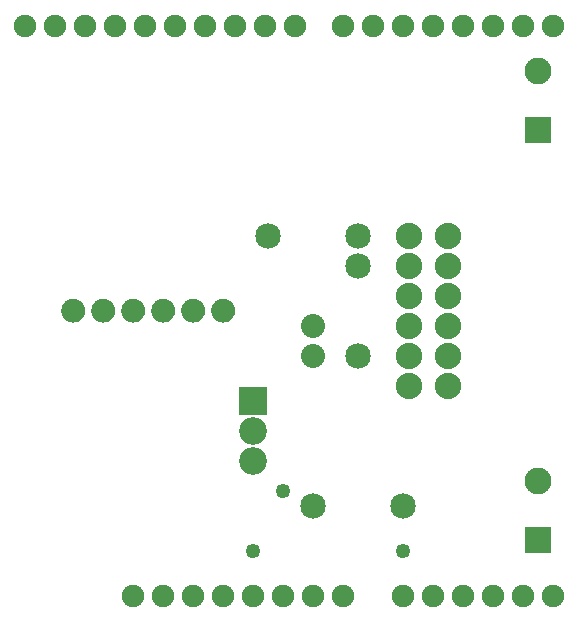
<source format=gbs>
G04 MADE WITH FRITZING*
G04 WWW.FRITZING.ORG*
G04 DOUBLE SIDED*
G04 HOLES PLATED*
G04 CONTOUR ON CENTER OF CONTOUR VECTOR*
%ASAXBY*%
%FSLAX23Y23*%
%MOIN*%
%OFA0B0*%
%SFA1.0B1.0*%
%ADD10C,0.088000*%
%ADD11C,0.049370*%
%ADD12C,0.089370*%
%ADD13C,0.075278*%
%ADD14C,0.092000*%
%ADD15C,0.085000*%
%ADD16C,0.080000*%
%ADD17R,0.089370X0.089370*%
%ADD18R,0.092000X0.092000*%
%ADD19R,0.001000X0.001000*%
%LNMASK0*%
G90*
G70*
G54D10*
X1419Y1302D03*
X1419Y1202D03*
X1419Y1102D03*
X1419Y1002D03*
X1419Y902D03*
X1419Y802D03*
X1549Y1302D03*
X1549Y1202D03*
X1549Y1102D03*
X1549Y1002D03*
X1549Y902D03*
X1549Y802D03*
G54D11*
X899Y252D03*
X1399Y252D03*
X1000Y453D03*
G54D12*
X1849Y287D03*
X1849Y484D03*
X1849Y1655D03*
X1849Y1852D03*
G54D13*
X1499Y102D03*
X1599Y102D03*
X1699Y102D03*
X1799Y102D03*
X1899Y102D03*
X1039Y2002D03*
X939Y2002D03*
X839Y2002D03*
X739Y2002D03*
X639Y2002D03*
X539Y2002D03*
X439Y2002D03*
X339Y2002D03*
X239Y2002D03*
X139Y2002D03*
X1899Y2002D03*
X1799Y2002D03*
X1699Y2002D03*
X1599Y2002D03*
X1499Y2002D03*
X1399Y2002D03*
X1299Y2002D03*
X1199Y2002D03*
X599Y102D03*
X499Y102D03*
X699Y102D03*
X799Y102D03*
X899Y102D03*
X999Y102D03*
X1099Y102D03*
X1199Y102D03*
X1399Y102D03*
G54D14*
X899Y752D03*
X899Y652D03*
X899Y552D03*
G54D15*
X1099Y402D03*
X1399Y402D03*
X1249Y902D03*
X1249Y1202D03*
X1249Y1302D03*
X949Y1302D03*
G54D16*
X1099Y1002D03*
X1099Y902D03*
G54D17*
X1849Y287D03*
X1849Y1655D03*
G54D18*
X899Y752D03*
G54D19*
X293Y1092D02*
X305Y1092D01*
X393Y1092D02*
X405Y1092D01*
X493Y1092D02*
X505Y1092D01*
X593Y1092D02*
X605Y1092D01*
X693Y1092D02*
X705Y1092D01*
X793Y1092D02*
X805Y1092D01*
X289Y1091D02*
X310Y1091D01*
X389Y1091D02*
X410Y1091D01*
X489Y1091D02*
X510Y1091D01*
X589Y1091D02*
X610Y1091D01*
X689Y1091D02*
X710Y1091D01*
X789Y1091D02*
X810Y1091D01*
X286Y1090D02*
X313Y1090D01*
X386Y1090D02*
X413Y1090D01*
X486Y1090D02*
X513Y1090D01*
X586Y1090D02*
X613Y1090D01*
X686Y1090D02*
X713Y1090D01*
X786Y1090D02*
X813Y1090D01*
X283Y1089D02*
X315Y1089D01*
X383Y1089D02*
X415Y1089D01*
X483Y1089D02*
X515Y1089D01*
X583Y1089D02*
X615Y1089D01*
X683Y1089D02*
X715Y1089D01*
X783Y1089D02*
X815Y1089D01*
X281Y1088D02*
X317Y1088D01*
X381Y1088D02*
X417Y1088D01*
X481Y1088D02*
X517Y1088D01*
X581Y1088D02*
X617Y1088D01*
X681Y1088D02*
X717Y1088D01*
X781Y1088D02*
X817Y1088D01*
X279Y1087D02*
X319Y1087D01*
X379Y1087D02*
X419Y1087D01*
X479Y1087D02*
X519Y1087D01*
X579Y1087D02*
X619Y1087D01*
X679Y1087D02*
X719Y1087D01*
X779Y1087D02*
X819Y1087D01*
X278Y1086D02*
X321Y1086D01*
X378Y1086D02*
X421Y1086D01*
X478Y1086D02*
X521Y1086D01*
X578Y1086D02*
X621Y1086D01*
X678Y1086D02*
X721Y1086D01*
X778Y1086D02*
X821Y1086D01*
X276Y1085D02*
X322Y1085D01*
X376Y1085D02*
X422Y1085D01*
X476Y1085D02*
X522Y1085D01*
X576Y1085D02*
X622Y1085D01*
X676Y1085D02*
X722Y1085D01*
X776Y1085D02*
X822Y1085D01*
X275Y1084D02*
X323Y1084D01*
X375Y1084D02*
X423Y1084D01*
X475Y1084D02*
X523Y1084D01*
X575Y1084D02*
X623Y1084D01*
X675Y1084D02*
X723Y1084D01*
X775Y1084D02*
X823Y1084D01*
X274Y1083D02*
X325Y1083D01*
X374Y1083D02*
X425Y1083D01*
X474Y1083D02*
X525Y1083D01*
X574Y1083D02*
X625Y1083D01*
X674Y1083D02*
X725Y1083D01*
X774Y1083D02*
X825Y1083D01*
X273Y1082D02*
X326Y1082D01*
X373Y1082D02*
X426Y1082D01*
X473Y1082D02*
X526Y1082D01*
X573Y1082D02*
X626Y1082D01*
X673Y1082D02*
X726Y1082D01*
X773Y1082D02*
X826Y1082D01*
X272Y1081D02*
X327Y1081D01*
X372Y1081D02*
X427Y1081D01*
X472Y1081D02*
X527Y1081D01*
X572Y1081D02*
X627Y1081D01*
X672Y1081D02*
X727Y1081D01*
X772Y1081D02*
X827Y1081D01*
X271Y1080D02*
X328Y1080D01*
X371Y1080D02*
X428Y1080D01*
X471Y1080D02*
X528Y1080D01*
X571Y1080D02*
X628Y1080D01*
X671Y1080D02*
X728Y1080D01*
X771Y1080D02*
X828Y1080D01*
X270Y1079D02*
X329Y1079D01*
X370Y1079D02*
X429Y1079D01*
X470Y1079D02*
X529Y1079D01*
X570Y1079D02*
X629Y1079D01*
X670Y1079D02*
X729Y1079D01*
X770Y1079D02*
X829Y1079D01*
X269Y1078D02*
X330Y1078D01*
X369Y1078D02*
X430Y1078D01*
X469Y1078D02*
X530Y1078D01*
X569Y1078D02*
X630Y1078D01*
X669Y1078D02*
X730Y1078D01*
X769Y1078D02*
X830Y1078D01*
X268Y1077D02*
X330Y1077D01*
X368Y1077D02*
X430Y1077D01*
X468Y1077D02*
X530Y1077D01*
X568Y1077D02*
X630Y1077D01*
X668Y1077D02*
X730Y1077D01*
X768Y1077D02*
X830Y1077D01*
X267Y1076D02*
X331Y1076D01*
X367Y1076D02*
X431Y1076D01*
X467Y1076D02*
X531Y1076D01*
X567Y1076D02*
X631Y1076D01*
X667Y1076D02*
X731Y1076D01*
X767Y1076D02*
X831Y1076D01*
X267Y1075D02*
X332Y1075D01*
X367Y1075D02*
X432Y1075D01*
X467Y1075D02*
X532Y1075D01*
X567Y1075D02*
X632Y1075D01*
X667Y1075D02*
X732Y1075D01*
X767Y1075D02*
X832Y1075D01*
X266Y1074D02*
X332Y1074D01*
X366Y1074D02*
X432Y1074D01*
X466Y1074D02*
X532Y1074D01*
X566Y1074D02*
X632Y1074D01*
X666Y1074D02*
X732Y1074D01*
X766Y1074D02*
X832Y1074D01*
X265Y1073D02*
X333Y1073D01*
X365Y1073D02*
X433Y1073D01*
X465Y1073D02*
X533Y1073D01*
X565Y1073D02*
X633Y1073D01*
X665Y1073D02*
X733Y1073D01*
X765Y1073D02*
X833Y1073D01*
X265Y1072D02*
X334Y1072D01*
X365Y1072D02*
X434Y1072D01*
X465Y1072D02*
X534Y1072D01*
X565Y1072D02*
X634Y1072D01*
X665Y1072D02*
X734Y1072D01*
X765Y1072D02*
X834Y1072D01*
X264Y1071D02*
X334Y1071D01*
X364Y1071D02*
X434Y1071D01*
X464Y1071D02*
X534Y1071D01*
X564Y1071D02*
X634Y1071D01*
X664Y1071D02*
X734Y1071D01*
X764Y1071D02*
X834Y1071D01*
X264Y1070D02*
X335Y1070D01*
X364Y1070D02*
X435Y1070D01*
X464Y1070D02*
X535Y1070D01*
X564Y1070D02*
X635Y1070D01*
X664Y1070D02*
X735Y1070D01*
X764Y1070D02*
X835Y1070D01*
X263Y1069D02*
X335Y1069D01*
X363Y1069D02*
X435Y1069D01*
X463Y1069D02*
X535Y1069D01*
X563Y1069D02*
X635Y1069D01*
X663Y1069D02*
X735Y1069D01*
X763Y1069D02*
X835Y1069D01*
X263Y1068D02*
X336Y1068D01*
X363Y1068D02*
X436Y1068D01*
X463Y1068D02*
X536Y1068D01*
X563Y1068D02*
X636Y1068D01*
X663Y1068D02*
X736Y1068D01*
X763Y1068D02*
X836Y1068D01*
X262Y1067D02*
X336Y1067D01*
X362Y1067D02*
X436Y1067D01*
X462Y1067D02*
X536Y1067D01*
X562Y1067D02*
X636Y1067D01*
X662Y1067D02*
X736Y1067D01*
X762Y1067D02*
X836Y1067D01*
X262Y1066D02*
X336Y1066D01*
X362Y1066D02*
X436Y1066D01*
X462Y1066D02*
X536Y1066D01*
X562Y1066D02*
X636Y1066D01*
X662Y1066D02*
X736Y1066D01*
X762Y1066D02*
X836Y1066D01*
X262Y1065D02*
X337Y1065D01*
X362Y1065D02*
X437Y1065D01*
X462Y1065D02*
X537Y1065D01*
X562Y1065D02*
X637Y1065D01*
X662Y1065D02*
X737Y1065D01*
X762Y1065D02*
X837Y1065D01*
X261Y1064D02*
X337Y1064D01*
X361Y1064D02*
X437Y1064D01*
X461Y1064D02*
X537Y1064D01*
X561Y1064D02*
X637Y1064D01*
X661Y1064D02*
X737Y1064D01*
X761Y1064D02*
X837Y1064D01*
X261Y1063D02*
X337Y1063D01*
X361Y1063D02*
X437Y1063D01*
X461Y1063D02*
X537Y1063D01*
X561Y1063D02*
X637Y1063D01*
X661Y1063D02*
X737Y1063D01*
X761Y1063D02*
X837Y1063D01*
X261Y1062D02*
X338Y1062D01*
X361Y1062D02*
X438Y1062D01*
X461Y1062D02*
X538Y1062D01*
X561Y1062D02*
X638Y1062D01*
X661Y1062D02*
X737Y1062D01*
X761Y1062D02*
X837Y1062D01*
X261Y1061D02*
X338Y1061D01*
X361Y1061D02*
X438Y1061D01*
X461Y1061D02*
X538Y1061D01*
X561Y1061D02*
X638Y1061D01*
X661Y1061D02*
X738Y1061D01*
X761Y1061D02*
X838Y1061D01*
X261Y1060D02*
X338Y1060D01*
X361Y1060D02*
X438Y1060D01*
X461Y1060D02*
X538Y1060D01*
X561Y1060D02*
X638Y1060D01*
X660Y1060D02*
X738Y1060D01*
X760Y1060D02*
X838Y1060D01*
X260Y1059D02*
X338Y1059D01*
X360Y1059D02*
X438Y1059D01*
X460Y1059D02*
X538Y1059D01*
X560Y1059D02*
X638Y1059D01*
X660Y1059D02*
X738Y1059D01*
X760Y1059D02*
X838Y1059D01*
X260Y1058D02*
X338Y1058D01*
X360Y1058D02*
X438Y1058D01*
X460Y1058D02*
X538Y1058D01*
X560Y1058D02*
X638Y1058D01*
X660Y1058D02*
X738Y1058D01*
X760Y1058D02*
X838Y1058D01*
X260Y1057D02*
X338Y1057D01*
X360Y1057D02*
X438Y1057D01*
X460Y1057D02*
X538Y1057D01*
X560Y1057D02*
X638Y1057D01*
X660Y1057D02*
X738Y1057D01*
X760Y1057D02*
X838Y1057D01*
X260Y1056D02*
X339Y1056D01*
X360Y1056D02*
X439Y1056D01*
X460Y1056D02*
X539Y1056D01*
X560Y1056D02*
X639Y1056D01*
X660Y1056D02*
X739Y1056D01*
X760Y1056D02*
X838Y1056D01*
X260Y1055D02*
X339Y1055D01*
X360Y1055D02*
X439Y1055D01*
X460Y1055D02*
X539Y1055D01*
X560Y1055D02*
X639Y1055D01*
X660Y1055D02*
X739Y1055D01*
X760Y1055D02*
X839Y1055D01*
X260Y1054D02*
X339Y1054D01*
X360Y1054D02*
X439Y1054D01*
X460Y1054D02*
X539Y1054D01*
X560Y1054D02*
X639Y1054D01*
X660Y1054D02*
X739Y1054D01*
X760Y1054D02*
X839Y1054D01*
X260Y1053D02*
X339Y1053D01*
X360Y1053D02*
X439Y1053D01*
X460Y1053D02*
X539Y1053D01*
X560Y1053D02*
X639Y1053D01*
X660Y1053D02*
X739Y1053D01*
X760Y1053D02*
X839Y1053D01*
X260Y1052D02*
X339Y1052D01*
X360Y1052D02*
X439Y1052D01*
X460Y1052D02*
X539Y1052D01*
X560Y1052D02*
X639Y1052D01*
X660Y1052D02*
X739Y1052D01*
X760Y1052D02*
X839Y1052D01*
X260Y1051D02*
X339Y1051D01*
X360Y1051D02*
X439Y1051D01*
X460Y1051D02*
X539Y1051D01*
X560Y1051D02*
X639Y1051D01*
X660Y1051D02*
X739Y1051D01*
X760Y1051D02*
X839Y1051D01*
X260Y1050D02*
X339Y1050D01*
X360Y1050D02*
X439Y1050D01*
X460Y1050D02*
X539Y1050D01*
X560Y1050D02*
X639Y1050D01*
X660Y1050D02*
X739Y1050D01*
X760Y1050D02*
X839Y1050D01*
X260Y1049D02*
X339Y1049D01*
X360Y1049D02*
X439Y1049D01*
X460Y1049D02*
X539Y1049D01*
X560Y1049D02*
X639Y1049D01*
X660Y1049D02*
X738Y1049D01*
X760Y1049D02*
X838Y1049D01*
X260Y1048D02*
X338Y1048D01*
X360Y1048D02*
X438Y1048D01*
X460Y1048D02*
X538Y1048D01*
X560Y1048D02*
X638Y1048D01*
X660Y1048D02*
X738Y1048D01*
X760Y1048D02*
X838Y1048D01*
X260Y1047D02*
X338Y1047D01*
X360Y1047D02*
X438Y1047D01*
X460Y1047D02*
X538Y1047D01*
X560Y1047D02*
X638Y1047D01*
X660Y1047D02*
X738Y1047D01*
X760Y1047D02*
X838Y1047D01*
X260Y1046D02*
X338Y1046D01*
X360Y1046D02*
X438Y1046D01*
X460Y1046D02*
X538Y1046D01*
X560Y1046D02*
X638Y1046D01*
X660Y1046D02*
X738Y1046D01*
X760Y1046D02*
X838Y1046D01*
X261Y1045D02*
X338Y1045D01*
X361Y1045D02*
X438Y1045D01*
X461Y1045D02*
X538Y1045D01*
X561Y1045D02*
X638Y1045D01*
X661Y1045D02*
X738Y1045D01*
X761Y1045D02*
X838Y1045D01*
X261Y1044D02*
X338Y1044D01*
X361Y1044D02*
X438Y1044D01*
X461Y1044D02*
X538Y1044D01*
X561Y1044D02*
X638Y1044D01*
X661Y1044D02*
X738Y1044D01*
X761Y1044D02*
X838Y1044D01*
X261Y1043D02*
X337Y1043D01*
X361Y1043D02*
X437Y1043D01*
X461Y1043D02*
X537Y1043D01*
X561Y1043D02*
X637Y1043D01*
X661Y1043D02*
X737Y1043D01*
X761Y1043D02*
X837Y1043D01*
X261Y1042D02*
X337Y1042D01*
X361Y1042D02*
X437Y1042D01*
X461Y1042D02*
X537Y1042D01*
X561Y1042D02*
X637Y1042D01*
X661Y1042D02*
X737Y1042D01*
X761Y1042D02*
X837Y1042D01*
X262Y1041D02*
X337Y1041D01*
X362Y1041D02*
X437Y1041D01*
X462Y1041D02*
X537Y1041D01*
X562Y1041D02*
X637Y1041D01*
X662Y1041D02*
X737Y1041D01*
X761Y1041D02*
X837Y1041D01*
X262Y1040D02*
X337Y1040D01*
X362Y1040D02*
X437Y1040D01*
X462Y1040D02*
X537Y1040D01*
X562Y1040D02*
X637Y1040D01*
X662Y1040D02*
X737Y1040D01*
X762Y1040D02*
X837Y1040D01*
X262Y1039D02*
X336Y1039D01*
X362Y1039D02*
X436Y1039D01*
X462Y1039D02*
X536Y1039D01*
X562Y1039D02*
X636Y1039D01*
X662Y1039D02*
X736Y1039D01*
X762Y1039D02*
X836Y1039D01*
X263Y1038D02*
X336Y1038D01*
X363Y1038D02*
X436Y1038D01*
X463Y1038D02*
X536Y1038D01*
X563Y1038D02*
X636Y1038D01*
X663Y1038D02*
X736Y1038D01*
X763Y1038D02*
X836Y1038D01*
X263Y1037D02*
X336Y1037D01*
X363Y1037D02*
X436Y1037D01*
X463Y1037D02*
X536Y1037D01*
X563Y1037D02*
X636Y1037D01*
X663Y1037D02*
X736Y1037D01*
X763Y1037D02*
X835Y1037D01*
X263Y1036D02*
X335Y1036D01*
X363Y1036D02*
X435Y1036D01*
X463Y1036D02*
X535Y1036D01*
X563Y1036D02*
X635Y1036D01*
X663Y1036D02*
X735Y1036D01*
X763Y1036D02*
X835Y1036D01*
X264Y1035D02*
X335Y1035D01*
X364Y1035D02*
X435Y1035D01*
X464Y1035D02*
X535Y1035D01*
X564Y1035D02*
X635Y1035D01*
X664Y1035D02*
X735Y1035D01*
X764Y1035D02*
X835Y1035D01*
X264Y1034D02*
X334Y1034D01*
X364Y1034D02*
X434Y1034D01*
X464Y1034D02*
X534Y1034D01*
X564Y1034D02*
X634Y1034D01*
X664Y1034D02*
X734Y1034D01*
X764Y1034D02*
X834Y1034D01*
X265Y1033D02*
X334Y1033D01*
X365Y1033D02*
X434Y1033D01*
X465Y1033D02*
X533Y1033D01*
X565Y1033D02*
X633Y1033D01*
X665Y1033D02*
X733Y1033D01*
X765Y1033D02*
X833Y1033D01*
X266Y1032D02*
X333Y1032D01*
X366Y1032D02*
X433Y1032D01*
X466Y1032D02*
X533Y1032D01*
X566Y1032D02*
X633Y1032D01*
X666Y1032D02*
X733Y1032D01*
X766Y1032D02*
X833Y1032D01*
X266Y1031D02*
X332Y1031D01*
X366Y1031D02*
X432Y1031D01*
X466Y1031D02*
X532Y1031D01*
X566Y1031D02*
X632Y1031D01*
X666Y1031D02*
X732Y1031D01*
X766Y1031D02*
X832Y1031D01*
X267Y1030D02*
X332Y1030D01*
X367Y1030D02*
X432Y1030D01*
X467Y1030D02*
X532Y1030D01*
X567Y1030D02*
X632Y1030D01*
X667Y1030D02*
X732Y1030D01*
X767Y1030D02*
X832Y1030D01*
X268Y1029D02*
X331Y1029D01*
X368Y1029D02*
X431Y1029D01*
X468Y1029D02*
X531Y1029D01*
X568Y1029D02*
X631Y1029D01*
X668Y1029D02*
X731Y1029D01*
X768Y1029D02*
X831Y1029D01*
X268Y1028D02*
X330Y1028D01*
X368Y1028D02*
X430Y1028D01*
X468Y1028D02*
X530Y1028D01*
X568Y1028D02*
X630Y1028D01*
X668Y1028D02*
X730Y1028D01*
X768Y1028D02*
X830Y1028D01*
X269Y1027D02*
X329Y1027D01*
X369Y1027D02*
X429Y1027D01*
X469Y1027D02*
X529Y1027D01*
X569Y1027D02*
X629Y1027D01*
X669Y1027D02*
X729Y1027D01*
X769Y1027D02*
X829Y1027D01*
X270Y1026D02*
X329Y1026D01*
X370Y1026D02*
X428Y1026D01*
X470Y1026D02*
X528Y1026D01*
X570Y1026D02*
X628Y1026D01*
X670Y1026D02*
X728Y1026D01*
X770Y1026D02*
X828Y1026D01*
X271Y1025D02*
X328Y1025D01*
X371Y1025D02*
X428Y1025D01*
X471Y1025D02*
X528Y1025D01*
X571Y1025D02*
X628Y1025D01*
X671Y1025D02*
X728Y1025D01*
X771Y1025D02*
X828Y1025D01*
X272Y1024D02*
X327Y1024D01*
X372Y1024D02*
X427Y1024D01*
X472Y1024D02*
X527Y1024D01*
X572Y1024D02*
X627Y1024D01*
X672Y1024D02*
X727Y1024D01*
X772Y1024D02*
X827Y1024D01*
X273Y1023D02*
X326Y1023D01*
X373Y1023D02*
X425Y1023D01*
X473Y1023D02*
X525Y1023D01*
X573Y1023D02*
X625Y1023D01*
X673Y1023D02*
X725Y1023D01*
X773Y1023D02*
X825Y1023D01*
X274Y1022D02*
X324Y1022D01*
X374Y1022D02*
X424Y1022D01*
X474Y1022D02*
X524Y1022D01*
X574Y1022D02*
X624Y1022D01*
X674Y1022D02*
X724Y1022D01*
X774Y1022D02*
X824Y1022D01*
X275Y1021D02*
X323Y1021D01*
X375Y1021D02*
X423Y1021D01*
X475Y1021D02*
X523Y1021D01*
X575Y1021D02*
X623Y1021D01*
X675Y1021D02*
X723Y1021D01*
X775Y1021D02*
X823Y1021D01*
X277Y1020D02*
X322Y1020D01*
X377Y1020D02*
X422Y1020D01*
X477Y1020D02*
X522Y1020D01*
X577Y1020D02*
X622Y1020D01*
X677Y1020D02*
X722Y1020D01*
X777Y1020D02*
X822Y1020D01*
X278Y1019D02*
X320Y1019D01*
X378Y1019D02*
X420Y1019D01*
X478Y1019D02*
X520Y1019D01*
X578Y1019D02*
X620Y1019D01*
X678Y1019D02*
X720Y1019D01*
X778Y1019D02*
X820Y1019D01*
X280Y1018D02*
X319Y1018D01*
X380Y1018D02*
X419Y1018D01*
X480Y1018D02*
X519Y1018D01*
X580Y1018D02*
X619Y1018D01*
X680Y1018D02*
X719Y1018D01*
X780Y1018D02*
X818Y1018D01*
X282Y1017D02*
X317Y1017D01*
X382Y1017D02*
X417Y1017D01*
X482Y1017D02*
X517Y1017D01*
X582Y1017D02*
X617Y1017D01*
X682Y1017D02*
X717Y1017D01*
X782Y1017D02*
X817Y1017D01*
X284Y1016D02*
X315Y1016D01*
X384Y1016D02*
X415Y1016D01*
X484Y1016D02*
X515Y1016D01*
X584Y1016D02*
X615Y1016D01*
X684Y1016D02*
X715Y1016D01*
X784Y1016D02*
X815Y1016D01*
X286Y1015D02*
X312Y1015D01*
X386Y1015D02*
X412Y1015D01*
X486Y1015D02*
X512Y1015D01*
X586Y1015D02*
X612Y1015D01*
X686Y1015D02*
X712Y1015D01*
X786Y1015D02*
X812Y1015D01*
X290Y1014D02*
X309Y1014D01*
X390Y1014D02*
X409Y1014D01*
X490Y1014D02*
X509Y1014D01*
X590Y1014D02*
X609Y1014D01*
X690Y1014D02*
X709Y1014D01*
X790Y1014D02*
X809Y1014D01*
X295Y1013D02*
X303Y1013D01*
X395Y1013D02*
X403Y1013D01*
X495Y1013D02*
X503Y1013D01*
X595Y1013D02*
X603Y1013D01*
X695Y1013D02*
X703Y1013D01*
X795Y1013D02*
X803Y1013D01*
D02*
G04 End of Mask0*
M02*
</source>
